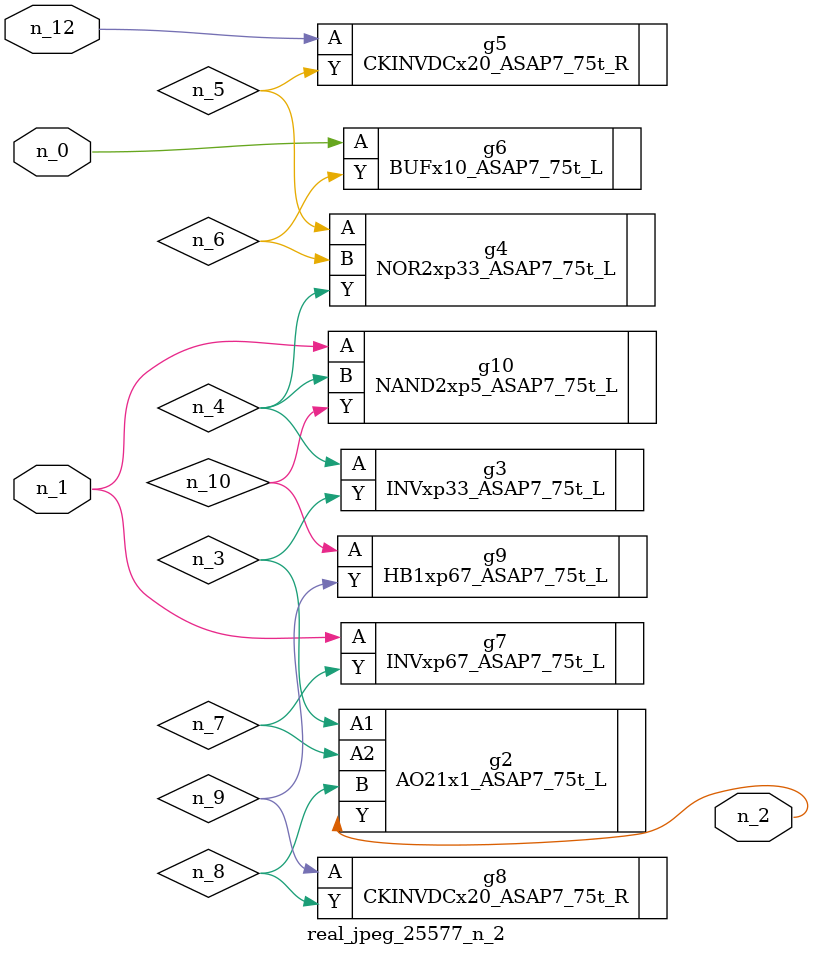
<source format=v>
module real_jpeg_25577_n_2 (n_12, n_1, n_0, n_2);

input n_12;
input n_1;
input n_0;

output n_2;

wire n_5;
wire n_4;
wire n_8;
wire n_6;
wire n_7;
wire n_3;
wire n_10;
wire n_9;

BUFx10_ASAP7_75t_L g6 ( 
.A(n_0),
.Y(n_6)
);

INVxp67_ASAP7_75t_L g7 ( 
.A(n_1),
.Y(n_7)
);

NAND2xp5_ASAP7_75t_L g10 ( 
.A(n_1),
.B(n_4),
.Y(n_10)
);

AO21x1_ASAP7_75t_L g2 ( 
.A1(n_3),
.A2(n_7),
.B(n_8),
.Y(n_2)
);

INVxp33_ASAP7_75t_L g3 ( 
.A(n_4),
.Y(n_3)
);

NOR2xp33_ASAP7_75t_L g4 ( 
.A(n_5),
.B(n_6),
.Y(n_4)
);

CKINVDCx20_ASAP7_75t_R g8 ( 
.A(n_9),
.Y(n_8)
);

HB1xp67_ASAP7_75t_L g9 ( 
.A(n_10),
.Y(n_9)
);

CKINVDCx20_ASAP7_75t_R g5 ( 
.A(n_12),
.Y(n_5)
);


endmodule
</source>
